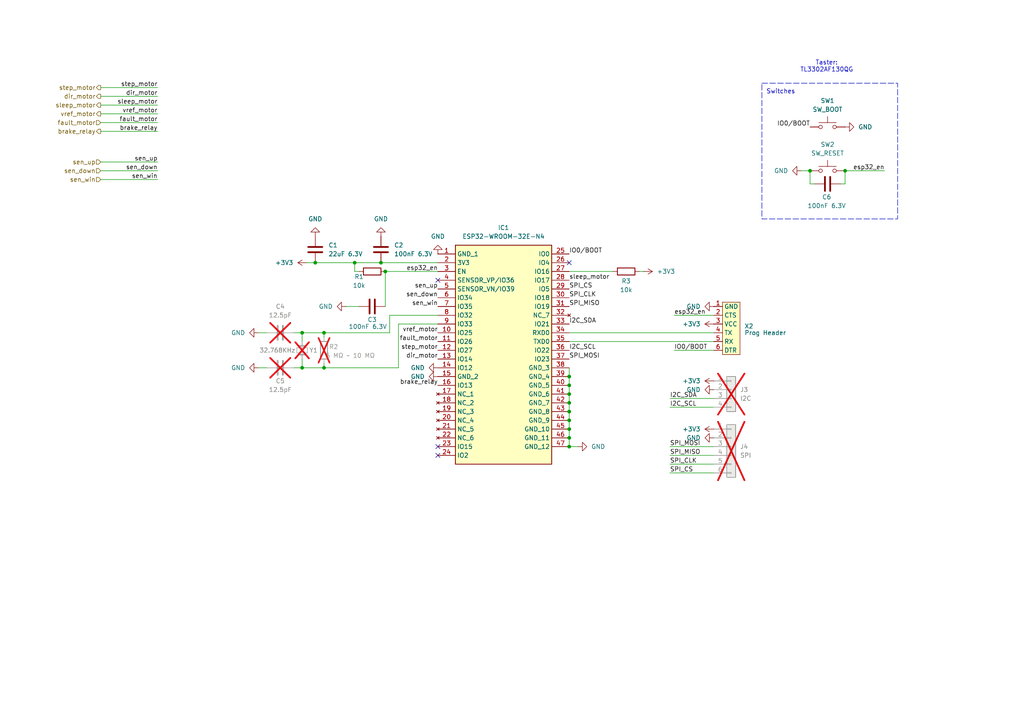
<source format=kicad_sch>
(kicad_sch (version 20231120) (generator "eeschema") (generator_version "8.0")
  (paper "A4")
  (title_block (title "ESPHome Cover PCB") (date "2024-05-12") (rev "2") (company "Tim"))
  (lib_symbols
    (symbol "Connector_Generic:Conn_01x04" (pin_names (offset 1.016) hide)
      (property "Reference" "J" (at 0 5.08 0))
      (property "Value" "Conn_01x04" (at 0 -7.62 0))
      (symbol "Conn_01x04_1_1"
        (rectangle (start -1.27 -4.953) (end 0 -5.207) (stroke (width 0.1524)))
        (rectangle (start -1.27 -2.413) (end 0 -2.667) (stroke (width 0.1524)))
        (rectangle (start -1.27 0.127) (end 0 -0.127) (stroke (width 0.1524)))
        (rectangle (start -1.27 2.667) (end 0 2.413) (stroke (width 0.1524)))
        (rectangle (start -1.27 3.81) (end 1.27 -6.35) (stroke (width 0.254)) (fill (type background)))
        (pin passive line (at -5.08 2.54 0) (length 3.81) (name "Pin_1") (number "1"))
        (pin passive line (at -5.08 0 0) (length 3.81) (name "Pin_2") (number "2"))
        (pin passive line (at -5.08 -2.54 0) (length 3.81) (name "Pin_3") (number "3"))
        (pin passive line (at -5.08 -5.08 0) (length 3.81) (name "Pin_4") (number "4"))
      )
    )
    (symbol "Connector_Generic:Conn_01x06" (pin_names (offset 1.016) hide)
      (property "Reference" "J" (at 0 7.62 0))
      (property "Value" "Conn_01x06" (at 0 -10.16 0))
      (symbol "Conn_01x06_1_1"
        (rectangle (start -1.27 -7.493) (end 0 -7.747) (stroke (width 0.1524)))
        (rectangle (start -1.27 -4.953) (end 0 -5.207) (stroke (width 0.1524)))
        (rectangle (start -1.27 -2.413) (end 0 -2.667) (stroke (width 0.1524)))
        (rectangle (start -1.27 0.127) (end 0 -0.127) (stroke (width 0.1524)))
        (rectangle (start -1.27 2.667) (end 0 2.413) (stroke (width 0.1524)))
        (rectangle (start -1.27 5.207) (end 0 4.953) (stroke (width 0.1524)))
        (rectangle (start -1.27 6.35) (end 1.27 -8.89) (stroke (width 0.254)) (fill (type background)))
        (pin passive line (at -5.08 5.08 0) (length 3.81) (name "Pin_1") (number "1"))
        (pin passive line (at -5.08 2.54 0) (length 3.81) (name "Pin_2") (number "2"))
        (pin passive line (at -5.08 0 0) (length 3.81) (name "Pin_3") (number "3"))
        (pin passive line (at -5.08 -2.54 0) (length 3.81) (name "Pin_4") (number "4"))
        (pin passive line (at -5.08 -5.08 0) (length 3.81) (name "Pin_5") (number "5"))
        (pin passive line (at -5.08 -7.62 0) (length 3.81) (name "Pin_6") (number "6"))
      )
    )
    (symbol "Device:C" (pin_numbers hide) (pin_names (offset 0.254))
      (property "Reference" "C" (at 0.635 2.54 0))
      (property "Value" "C" (at 0.635 -2.54 0))
      (symbol "C_0_1"
        (polyline (pts (xy -2.032 -0.762) (xy 2.032 -0.762)) (stroke (width 0.508)))
        (polyline (pts (xy -2.032 0.762) (xy 2.032 0.762)) (stroke (width 0.508)))
      )
      (symbol "C_1_1"
        (pin passive line (at 0 3.81 270) (length 2.794) (name "~") (number "1"))
        (pin passive line (at 0 -3.81 90) (length 2.794) (name "~") (number "2"))
      )
    )
    (symbol "Device:Crystal_Small" (pin_numbers hide) (pin_names (offset 1.016) hide)
      (property "Reference" "Y" (at 0 2.54 0))
      (property "Value" "Crystal_Small" (at 0 -2.54 0))
      (symbol "Crystal_Small_0_1"
        (rectangle (start -0.762 -1.524) (end 0.762 1.524))
        (polyline (pts (xy -1.27 -0.762) (xy -1.27 0.762)) (stroke (width 0.381)))
        (polyline (pts (xy 1.27 -0.762) (xy 1.27 0.762)) (stroke (width 0.381)))
      )
      (symbol "Crystal_Small_1_1"
        (pin passive line (at -2.54 0 0) (length 1.27) (name "1") (number "1"))
        (pin passive line (at 2.54 0 180) (length 1.27) (name "2") (number "2"))
      )
    )
    (symbol "Device:R" (pin_numbers hide) (pin_names (offset 0))
      (property "Reference" "R" (at 2.032 0 90))
      (property "Value" "R" (at 0 0 90))
      (symbol "R_0_1"
        (rectangle (start -1.016 -2.54) (end 1.016 2.54) (stroke (width 0.254)))
      )
      (symbol "R_1_1"
        (pin passive line (at 0 3.81 270) (length 1.27) (name "~") (number "1"))
        (pin passive line (at 0 -3.81 90) (length 1.27) (name "~") (number "2"))
      )
    )
    (symbol "SamacSys_Parts:ESP32-WROOM-32E-N4"
      (property "Reference" "IC" (at 6.35 7.62 0))
      (property "Value" "ESP32-WROOM-32E-N4" (at 6.35 5.08 0))
      (symbol "ESP32-WROOM-32E-N4_1_1"
        (rectangle (start 5.08 2.54) (end 33.02 -60.96) (stroke (width 0.254)) (fill (type background)))
        (pin power_in line (at 0 0 0) (length 5.08) (name "GND_1") (number "1"))
        (pin bidirectional line (at 0 -22.86 0) (length 5.08) (name "IO25") (number "10"))
        (pin bidirectional line (at 0 -25.4 0) (length 5.08) (name "IO26") (number "11"))
        (pin bidirectional line (at 0 -27.94 0) (length 5.08) (name "IO27") (number "12"))
        (pin bidirectional line (at 0 -30.48 0) (length 5.08) (name "IO14") (number "13"))
        (pin bidirectional line (at 0 -33.02 0) (length 5.08) (name "IO12") (number "14"))
        (pin power_in line (at 0 -35.56 0) (length 5.08) (name "GND_2") (number "15"))
        (pin bidirectional line (at 0 -38.1 0) (length 5.08) (name "IO13") (number "16"))
        (pin no_connect line (at 0 -40.64 0) (length 5.08) (name "NC_1") (number "17"))
        (pin no_connect line (at 0 -43.18 0) (length 5.08) (name "NC_2") (number "18"))
        (pin no_connect line (at 0 -45.72 0) (length 5.08) (name "NC_3") (number "19"))
        (pin power_in line (at 0 -2.54 0) (length 5.08) (name "3V3") (number "2"))
        (pin no_connect line (at 0 -48.26 0) (length 5.08) (name "NC_4") (number "20"))
        (pin no_connect line (at 0 -50.8 0) (length 5.08) (name "NC_5") (number "21"))
        (pin no_connect line (at 0 -53.34 0) (length 5.08) (name "NC_6") (number "22"))
        (pin bidirectional line (at 0 -55.88 0) (length 5.08) (name "IO15") (number "23"))
        (pin bidirectional line (at 0 -58.42 0) (length 5.08) (name "IO2") (number "24"))
        (pin bidirectional line (at 38.1 0 180) (length 5.08) (name "IO0") (number "25"))
        (pin bidirectional line (at 38.1 -2.54 180) (length 5.08) (name "IO4") (number "26"))
        (pin bidirectional line (at 38.1 -5.08 180) (length 5.08) (name "IO16") (number "27"))
        (pin bidirectional line (at 38.1 -7.62 180) (length 5.08) (name "IO17") (number "28"))
        (pin bidirectional line (at 38.1 -10.16 180) (length 5.08) (name "IO5") (number "29"))
        (pin input line (at 0 -5.08 0) (length 5.08) (name "EN") (number "3"))
        (pin bidirectional line (at 38.1 -12.7 180) (length 5.08) (name "IO18") (number "30"))
        (pin bidirectional line (at 38.1 -15.24 180) (length 5.08) (name "IO19") (number "31"))
        (pin no_connect line (at 38.1 -17.78 180) (length 5.08) (name "NC_7") (number "32"))
        (pin bidirectional line (at 38.1 -20.32 180) (length 5.08) (name "IO21") (number "33"))
        (pin bidirectional line (at 38.1 -22.86 180) (length 5.08) (name "RXD0") (number "34"))
        (pin bidirectional line (at 38.1 -25.4 180) (length 5.08) (name "TXD0") (number "35"))
        (pin bidirectional line (at 38.1 -27.94 180) (length 5.08) (name "IO22") (number "36"))
        (pin bidirectional line (at 38.1 -30.48 180) (length 5.08) (name "IO23") (number "37"))
        (pin power_in line (at 38.1 -33.02 180) (length 5.08) (name "GND_3") (number "38"))
        (pin power_in line (at 38.1 -35.56 180) (length 5.08) (name "GND_4") (number "39"))
        (pin input line (at 0 -7.62 0) (length 5.08) (name "SENSOR_VP/IO36") (number "4"))
        (pin power_in line (at 38.1 -38.1 180) (length 5.08) (name "GND_5") (number "40"))
        (pin power_in line (at 38.1 -40.64 180) (length 5.08) (name "GND_6") (number "41"))
        (pin power_in line (at 38.1 -43.18 180) (length 5.08) (name "GND_7") (number "42"))
        (pin power_in line (at 38.1 -45.72 180) (length 5.08) (name "GND_8") (number "43"))
        (pin power_in line (at 38.1 -48.26 180) (length 5.08) (name "GND_9") (number "44"))
        (pin power_in line (at 38.1 -50.8 180) (length 5.08) (name "GND_10") (number "45"))
        (pin power_in line (at 38.1 -53.34 180) (length 5.08) (name "GND_11") (number "46"))
        (pin power_in line (at 38.1 -55.88 180) (length 5.08) (name "GND_12") (number "47"))
        (pin input line (at 0 -10.16 0) (length 5.08) (name "SENSOR_VN/IO39") (number "5"))
        (pin input line (at 0 -12.7 0) (length 5.08) (name "IO34") (number "6"))
        (pin input line (at 0 -15.24 0) (length 5.08) (name "IO35") (number "7"))
        (pin bidirectional line (at 0 -17.78 0) (length 5.08) (name "IO32") (number "8"))
        (pin bidirectional line (at 0 -20.32 0) (length 5.08) (name "IO33") (number "9"))
      )
    )
    (symbol "SamacSys_Parts:TL3302AF130QG" (pin_numbers hide) (pin_names hide)
      (property "Reference" "SW" (at 0.762 5.588 0))
      (property "Value" "SW_Push" (at 0.762 3.048 0))
      (symbol "TL3302AF130QG_0_1"
        (circle (center -2.032 0) (radius 0.508))
        (polyline (pts (xy 0 1.27) (xy 0 3.048)))
        (polyline (pts (xy 2.54 1.27) (xy -2.54 1.27)))
        (circle (center 2.032 0) (radius 0.508))
        (pin passive line (at -5.08 0 0) (length 2.54) (name "1") (number "1"))
        (pin passive line (at 5.08 0 180) (length 2.54) (name "2") (number "2"))
      )
    )
    (symbol "own lib:Prog Header"
      (property "Reference" "X" (at 0.762 2.54 0))
      (symbol "Prog Header_1_1"
        (rectangle (start 0 1.27) (end 5.08 -13.97) (fill (type background)))
        (pin passive line (at -2.54 0 0) (length 2.54) (name "GND") (number "1"))
        (pin bidirectional line (at -2.54 -2.54 0) (length 2.54) (name "CTS") (number "2"))
        (pin passive line (at -2.54 -5.08 0) (length 2.54) (name "VCC") (number "3"))
        (pin bidirectional line (at -2.54 -7.62 0) (length 2.54) (name "TX") (number "4"))
        (pin bidirectional line (at -2.54 -10.16 0) (length 2.54) (name "RX") (number "5"))
        (pin bidirectional line (at -2.54 -12.7 0) (length 2.54) (name "DTR") (number "6"))
      )
    )
    (symbol "power:+3V3" (power) (pin_numbers hide) (pin_names (offset 0) hide)
      (property "Value" "+3V3" (at 0 3.556 0))
      (symbol "+3V3_0_1"
        (polyline (pts (xy -0.762 1.27) (xy 0 2.54)))
        (polyline (pts (xy 0 0) (xy 0 2.54)))
        (polyline (pts (xy 0 2.54) (xy 0.762 1.27)))
      )
      (symbol "+3V3_1_1"
        (pin power_in line (at 0 0 90) (length 0) (name "~") (number "1"))
      )
    )
    (symbol "power:GND" (power) (pin_numbers hide) (pin_names (offset 0) hide)
      (property "Value" "GND" (at 0 -3.81 0))
      (symbol "GND_0_1"
        (polyline (pts (xy 0 0) (xy 0 -1.27) (xy 1.27 -1.27) (xy 0 -2.54) (xy -1.27 -1.27) (xy 0 -1.27)))
      )
      (symbol "GND_1_1"
        (pin power_in line (at 0 0 270) (length 0) (name "~") (number "1"))
      )
    )
  )
  (junction (at 165.1 111.76))
  (junction (at 111.76 78.74))
  (junction (at 93.98 96.52))
  (junction (at 110.49 76.2))
  (junction (at 165.1 109.22))
  (junction (at 102.87 76.2))
  (junction (at 165.1 121.92))
  (junction (at 165.1 116.84))
  (junction (at 165.1 129.54))
  (junction (at 165.1 114.3))
  (junction (at 234.95 49.53))
  (junction (at 91.44 76.2))
  (junction (at 93.98 106.68))
  (junction (at 245.11 49.53))
  (junction (at 87.63 106.68))
  (junction (at 165.1 127))
  (junction (at 87.63 96.52))
  (junction (at 165.1 124.46))
  (junction (at 165.1 119.38))
  (no_connect (at 127 132.08))
  (no_connect (at 127 81.28))
  (no_connect (at 127 129.54))
  (no_connect (at 165.1 76.2))
  (wire (pts (xy 102.87 76.2) (xy 110.49 76.2)))
  (wire (pts (xy 194.31 134.62) (xy 207.01 134.62)))
  (wire (pts (xy 93.98 105.41) (xy 93.98 106.68)))
  (wire (pts (xy 29.21 38.1) (xy 45.72 38.1)))
  (wire (pts (xy 102.87 78.74) (xy 102.87 76.2)))
  (wire (pts (xy 195.58 91.44) (xy 207.01 91.44)))
  (wire (pts (xy 194.31 137.16) (xy 207.01 137.16)))
  (wire (pts (xy 115.57 106.68) (xy 93.98 106.68)))
  (wire (pts (xy 29.21 27.94) (xy 45.72 27.94)))
  (wire (pts (xy 111.76 88.9) (xy 111.76 78.74)))
  (wire (pts (xy 165.1 111.76) (xy 165.1 114.3)))
  (wire (pts (xy 29.21 30.48) (xy 45.72 30.48)))
  (wire (pts (xy 165.1 119.38) (xy 165.1 121.92)))
  (wire (pts (xy 165.1 78.74) (xy 177.8 78.74)))
  (wire (pts (xy 232.41 49.53) (xy 234.95 49.53)))
  (wire (pts (xy 104.14 78.74) (xy 102.87 78.74)))
  (wire (pts (xy 74.93 106.68) (xy 77.47 106.68)))
  (wire (pts (xy 74.93 96.52) (xy 77.47 96.52)))
  (wire (pts (xy 194.31 118.11) (xy 207.01 118.11)))
  (wire (pts (xy 29.21 33.02) (xy 45.72 33.02)))
  (wire (pts (xy 194.31 132.08) (xy 207.01 132.08)))
  (wire (pts (xy 100.33 88.9) (xy 104.14 88.9)))
  (wire (pts (xy 91.44 76.2) (xy 102.87 76.2)))
  (wire (pts (xy 165.1 96.52) (xy 207.01 96.52)))
  (wire (pts (xy 195.58 101.6) (xy 207.01 101.6)))
  (wire (pts (xy 165.1 121.92) (xy 165.1 124.46)))
  (wire (pts (xy 113.03 96.52) (xy 93.98 96.52)))
  (wire (pts (xy 111.76 78.74) (xy 127 78.74)))
  (wire (pts (xy 165.1 114.3) (xy 165.1 116.84)))
  (wire (pts (xy 113.03 91.44) (xy 113.03 96.52)))
  (wire (pts (xy 194.31 129.54) (xy 207.01 129.54)))
  (wire (pts (xy 29.21 49.53) (xy 45.72 49.53)))
  (wire (pts (xy 245.11 49.53) (xy 256.54 49.53)))
  (wire (pts (xy 29.21 46.99) (xy 45.72 46.99)))
  (wire (pts (xy 165.1 116.84) (xy 165.1 119.38)))
  (wire (pts (xy 88.9 76.2) (xy 91.44 76.2)))
  (wire (pts (xy 243.84 53.34) (xy 245.11 53.34)))
  (wire (pts (xy 85.09 96.52) (xy 87.63 96.52)))
  (wire (pts (xy 165.1 129.54) (xy 167.64 129.54)))
  (wire (pts (xy 29.21 35.56) (xy 45.72 35.56)))
  (wire (pts (xy 186.69 78.74) (xy 185.42 78.74)))
  (wire (pts (xy 234.95 53.34) (xy 234.95 49.53)))
  (wire (pts (xy 165.1 109.22) (xy 165.1 111.76)))
  (wire (pts (xy 194.31 115.57) (xy 207.01 115.57)))
  (wire (pts (xy 93.98 97.79) (xy 93.98 96.52)))
  (wire (pts (xy 165.1 124.46) (xy 165.1 127)))
  (wire (pts (xy 87.63 96.52) (xy 87.63 99.06)))
  (wire (pts (xy 165.1 106.68) (xy 165.1 109.22)))
  (wire (pts (xy 29.21 25.4) (xy 45.72 25.4)))
  (wire (pts (xy 110.49 76.2) (xy 127 76.2)))
  (wire (pts (xy 127 91.44) (xy 113.03 91.44)))
  (wire (pts (xy 87.63 106.68) (xy 85.09 106.68)))
  (wire (pts (xy 93.98 106.68) (xy 87.63 106.68)))
  (wire (pts (xy 115.57 93.98) (xy 115.57 106.68)))
  (wire (pts (xy 165.1 127) (xy 165.1 129.54)))
  (wire (pts (xy 236.22 53.34) (xy 234.95 53.34)))
  (wire (pts (xy 127 93.98) (xy 115.57 93.98)))
  (wire (pts (xy 245.11 53.34) (xy 245.11 49.53)))
  (wire (pts (xy 29.21 52.07) (xy 45.72 52.07)))
  (wire (pts (xy 87.63 104.14) (xy 87.63 106.68)))
  (wire (pts (xy 93.98 96.52) (xy 87.63 96.52)))
  (wire (pts (xy 165.1 99.06) (xy 207.01 99.06)))
  (rectangle (start 220.98 24.13) (end 260.35 63.5) (stroke (width 0) (type dash)))
  (text "Taster:\nTL3302AF130QG" (at 239.776 19.304 0) (effects (font (size 1.27 1.27))))
  (text "Switches" (at 222.25 25.908 0) (effects (font (size 1.27 1.27)) (justify left top)))
  (label "I2C_SCL" (at 194.31 118.11 0))
  (label "IO0{slash}BOOT" (at 234.95 36.83 180))
  (label "dir_motor" (at 127 104.14 180))
  (label "sen_down" (at 45.72 49.53 180))
  (label "vref_motor" (at 45.72 33.02 180))
  (label "brake_relay" (at 127 111.76 180))
  (label "SPI_MISO" (at 194.31 132.08 0))
  (label "IO0{slash}BOOT" (at 165.1 73.66 0))
  (label "I2C_SCL" (at 165.1 101.6 0))
  (label "SPI_MISO" (at 165.1 88.9 0))
  (label "I2C_SDA" (at 165.1 93.98 0))
  (label "SPI_MOSI" (at 194.31 129.54 0))
  (label "step_motor" (at 45.72 25.4 180))
  (label "SPI_CS" (at 194.31 137.16 0))
  (label "brake_relay" (at 45.72 38.1 180))
  (label "sen_up" (at 127 83.82 180))
  (label "sen_down" (at 127 86.36 180))
  (label "SPI_CLK" (at 165.1 86.36 0))
  (label "step_motor" (at 127 101.6 180))
  (label "esp32_en" (at 127 78.74 180))
  (label "fault_motor" (at 45.72 35.56 180))
  (label "SPI_MOSI" (at 165.1 104.14 0))
  (label "fault_motor" (at 127 99.06 180))
  (label "sleep_motor" (at 45.72 30.48 180))
  (label "sen_win" (at 45.72 52.07 180))
  (label "dir_motor" (at 45.72 27.94 180))
  (label "sleep_motor" (at 165.1 81.28 0))
  (label "vref_motor" (at 127 96.52 180))
  (label "SPI_CLK" (at 194.31 134.62 0))
  (label "IO0{slash}BOOT" (at 195.58 101.6 0))
  (label "SPI_CS" (at 165.1 83.82 0))
  (label "sen_win" (at 127 88.9 180))
  (label "esp32_en" (at 256.54 49.53 180))
  (label "esp32_en" (at 195.58 91.44 0))
  (label "I2C_SDA" (at 194.31 115.57 0))
  (label "sen_up" (at 45.72 46.99 180))
  (hierarchical_label "brake_relay" (shape output) (at 29.21 38.1 180))
  (hierarchical_label "sleep_motor" (shape output) (at 29.21 30.48 180))
  (hierarchical_label "sen_up" (shape input) (at 29.21 46.99 180))
  (hierarchical_label "sen_win" (shape input) (at 29.21 52.07 180))
  (hierarchical_label "dir_motor" (shape output) (at 29.21 27.94 180))
  (hierarchical_label "step_motor" (shape output) (at 29.21 25.4 180))
  (hierarchical_label "fault_motor" (shape input) (at 29.21 35.56 180))
  (hierarchical_label "vref_motor" (shape output) (at 29.21 33.02 180))
  (hierarchical_label "sen_down" (shape input) (at 29.21 49.53 180))
  (symbol (lib_id "Device:C") (at 107.95 88.9 90) (mirror x) (unit 1)
    (property "Reference" "C3" (at 107.95 92.71 90))
    (property "Value" "100nF 6.3V" (at 106.68 94.742 90))
    (property "Footprint" "Capacitor_SMD:C_0603_1608Metric" (effects (hide yes)))
    (property "Description" "Unpolarized capacitor" (effects (hide yes)))
  )
  (symbol (lib_id "Device:R") (at 93.98 101.6 180) (unit 1) (dnp yes)
    (property "Reference" "R2" (at 96.774 100.584 0))
    (property "Value" "5 MΩ ~ 10 MΩ" (at 101.6 103.124 0))
    (property "Footprint" "Resistor_SMD:R_0805_2012Metric" (effects (hide yes)))
    (property "Description" "Resistor" (effects (hide yes)))
  )
  (symbol (lib_id "Device:C") (at 81.28 96.52 90) (unit 1) (dnp yes)
    (property "Reference" "C4" (at 81.28 88.9 90))
    (property "Value" "12.5pF" (at 81.28 91.44 90))
    (property "Footprint" "Capacitor_SMD:C_0603_1608Metric" (effects (hide yes)))
    (property "Description" "Unpolarized capacitor" (effects (hide yes)))
  )
  (symbol (lib_id "power:GND") (at 127 73.66 180) (unit 1)
    (property "Reference" "#PWR012" (effects (hide yes)))
    (property "Value" "GND" (at 127 68.58 0))
    (property "Description" "Power symbol creates a global label with name \"GND\" , ground" (effects (hide yes)))
  )
  (symbol (lib_id "power:GND") (at 127 106.68 270) (unit 1)
    (property "Reference" "#PWR022" (effects (hide yes)))
    (property "Value" "GND" (at 123.19 106.6799 90) (effects (justify right)))
    (property "Description" "Power symbol creates a global label with name \"GND\" , ground" (effects (hide yes)))
  )
  (symbol (lib_id "Connector_Generic:Conn_01x04") (at 212.09 113.03 0) (unit 1) (dnp yes)
    (property "Reference" "J3" (at 214.63 113.0299 0) (effects (justify left)))
    (property "Value" "I2C" (at 214.63 115.5699 0) (effects (justify left)))
    (property "Footprint" "Connector_JST:JST_XH_B4B-XH-A_1x04_P2.50mm_Vertical" (effects (hide yes)))
    (property "Description" "Generic connector, single row, 01x04, script generated (kicad-library-utils/schlib/autogen/connector/)" (effects (hide yes)))
  )
  (symbol (lib_id "power:GND") (at 100.33 88.9 270) (unit 1)
    (property "Reference" "#PWR021" (effects (hide yes)))
    (property "Value" "GND" (at 96.52 88.8999 90) (effects (justify right)))
    (property "Description" "Power symbol creates a global label with name \"GND\" , ground" (effects (hide yes)))
  )
  (symbol (lib_id "power:+3V3") (at 207.01 110.49 90) (unit 1)
    (property "Reference" "#PWR011" (effects (hide yes)))
    (property "Value" "+3V3" (at 203.2 110.4899 90) (effects (justify left)))
    (property "Description" "Power symbol creates a global label with name \"+3V3\"" (effects (hide yes)))
  )
  (symbol (lib_id "SamacSys_Parts:TL3302AF130QG") (at 240.03 36.83 0) (unit 1)
    (property "Reference" "SW1" (at 240.03 29.21 0))
    (property "Value" "SW_BOOT" (at 240.03 31.75 0))
    (property "Footprint" "SamacSys_Parts:TL3302AF130QG" (effects (hide yes)))
    (property "Datasheet" "https://configured-product-images.s3.amazonaws.com/2D/specs/TL3302AF130QG.pdf" (effects (hide yes)))
    (property "Description" "TACT, 50mA 12VDC, SPST-NO Off-(On), Surface Mount Gull Wing" (effects (hide yes)))
    (property "Height" "4.55" (effects (hide yes)))
    (property "Mouser Part Number" "612-TL3302AF130QG" (effects (hide yes)))
    (property "Mouser Price/Stock" "https://www.mouser.co.uk/ProductDetail/E-Switch/TL3302AF130QG?qs=QtyuwXswaQjypAFh0ff2%2FQ%3D%3D" (effects (hide yes)))
    (property "Manufacturer_Name" "E-Switch" (effects (hide yes)))
    (property "Manufacturer_Part_Number" "TL3302AF130QG" (effects (hide yes)))
    (property "LCSC" "C2886922" (effects (hide yes)))
  )
  (symbol (lib_id "Device:C") (at 110.49 72.39 0) (unit 1)
    (property "Reference" "C2" (at 114.3 71.1199 0) (effects (justify left)))
    (property "Value" "100nF 6.3V" (at 114.3 73.6599 0) (effects (justify left)))
    (property "Footprint" "Capacitor_SMD:C_0603_1608Metric" (effects (hide yes)))
    (property "Description" "Unpolarized capacitor" (effects (hide yes)))
  )
  (symbol (lib_id "own lib:Prog Header") (at 209.55 88.9 0) (unit 1)
    (property "Reference" "X2" (at 215.9 94.6149 0) (effects (justify left)))
    (property "Value" "Prog Header" (at 215.9 96.52 0) (effects (justify left)))
    (property "Footprint" "Own_Lib:Prog Header" (effects (hide yes)))
  )
  (symbol (lib_id "power:GND") (at 110.49 68.58 180) (unit 1)
    (property "Reference" "#PWR019" (effects (hide yes)))
    (property "Value" "GND" (at 110.49 63.5 0))
    (property "Description" "Power symbol creates a global label with name \"GND\" , ground" (effects (hide yes)))
  )
  (symbol (lib_id "power:GND") (at 74.93 96.52 270) (unit 1)
    (property "Reference" "#PWR023" (effects (hide yes)))
    (property "Value" "GND" (at 71.12 96.5199 90) (effects (justify right)))
    (property "Description" "Power symbol creates a global label with name \"GND\" , ground" (effects (hide yes)))
  )
  (symbol (lib_id "Device:R") (at 181.61 78.74 90) (unit 1)
    (property "Reference" "R3" (at 181.61 81.534 90))
    (property "Value" "10k" (at 181.61 84.074 90))
    (property "Footprint" "Resistor_SMD:R_0805_2012Metric" (effects (hide yes)))
    (property "Description" "Resistor" (effects (hide yes)))
    (property "LCSC" "C17414" (effects (hide yes)))
  )
  (symbol (lib_id "Device:C") (at 91.44 72.39 0) (unit 1)
    (property "Reference" "C1" (at 95.25 71.1199 0) (effects (justify left)))
    (property "Value" "22uF 6.3V" (at 95.25 73.6599 0) (effects (justify left)))
    (property "Footprint" "Capacitor_SMD:C_0603_1608Metric" (effects (hide yes)))
    (property "Description" "Unpolarized capacitor" (effects (hide yes)))
    (property "LCSC" "C159801" (effects (hide yes)))
  )
  (symbol (lib_id "power:GND") (at 167.64 129.54 90) (unit 1)
    (property "Reference" "#PWR014" (effects (hide yes)))
    (property "Value" "GND" (at 171.45 129.5399 90) (effects (justify right)))
    (property "Description" "Power symbol creates a global label with name \"GND\" , ground" (effects (hide yes)))
  )
  (symbol (lib_id "power:+3V3") (at 207.01 93.98 90) (unit 1)
    (property "Reference" "#PWR015" (effects (hide yes)))
    (property "Value" "+3V3" (at 203.2 93.9799 90) (effects (justify left)))
    (property "Description" "Power symbol creates a global label with name \"+3V3\"" (effects (hide yes)))
  )
  (symbol (lib_id "power:+3V3") (at 88.9 76.2 90) (unit 1)
    (property "Reference" "#PWR017" (effects (hide yes)))
    (property "Value" "+3V3" (at 85.09 76.1999 90) (effects (justify left)))
    (property "Description" "Power symbol creates a global label with name \"+3V3\"" (effects (hide yes)))
  )
  (symbol (lib_id "Connector_Generic:Conn_01x06") (at 212.09 129.54 0) (unit 1) (dnp yes)
    (property "Reference" "J4" (at 214.63 129.5399 0) (effects (justify left)))
    (property "Value" "SPI" (at 214.63 132.0799 0) (effects (justify left)))
    (property "Footprint" "Connector_JST:JST_XH_B6B-XH-A_1x06_P2.50mm_Vertical" (effects (hide yes)))
    (property "Description" "Generic connector, single row, 01x06, script generated (kicad-library-utils/schlib/autogen/connector/)" (effects (hide yes)))
  )
  (symbol (lib_id "power:GND") (at 127 109.22 270) (unit 1)
    (property "Reference" "#PWR013" (effects (hide yes)))
    (property "Value" "GND" (at 123.19 109.2199 90) (effects (justify right)))
    (property "Description" "Power symbol creates a global label with name \"GND\" , ground" (effects (hide yes)))
  )
  (symbol (lib_id "Device:C") (at 240.03 53.34 270) (unit 1)
    (property "Reference" "C6" (at 239.776 57.15 90))
    (property "Value" "100nF 6.3V" (at 239.776 59.69 90))
    (property "Footprint" "Capacitor_SMD:C_0603_1608Metric" (effects (hide yes)))
    (property "Description" "Unpolarized capacitor" (effects (hide yes)))
  )
  (symbol (lib_id "power:GND") (at 245.11 36.83 90) (unit 1)
    (property "Reference" "#PWR020" (effects (hide yes)))
    (property "Value" "GND" (at 248.92 36.8299 90) (effects (justify right)))
    (property "Description" "Power symbol creates a global label with name \"GND\" , ground" (effects (hide yes)))
  )
  (symbol (lib_id "power:GND") (at 91.44 68.58 180) (unit 1)
    (property "Reference" "#PWR018" (effects (hide yes)))
    (property "Value" "GND" (at 91.44 63.5 0))
    (property "Description" "Power symbol creates a global label with name \"GND\" , ground" (effects (hide yes)))
  )
  (symbol (lib_id "Device:R") (at 107.95 78.74 90) (unit 1)
    (property "Reference" "R1" (at 104.14 80.264 90))
    (property "Value" "10k" (at 104.14 82.804 90))
    (property "Footprint" "Resistor_SMD:R_0805_2012Metric" (effects (hide yes)))
    (property "Description" "Resistor" (effects (hide yes)))
    (property "LCSC" "C17414" (effects (hide yes)))
  )
  (symbol (lib_id "power:GND") (at 207.01 113.03 270) (unit 1)
    (property "Reference" "#PWR027" (effects (hide yes)))
    (property "Value" "GND" (at 203.2 113.0299 90) (effects (justify right)))
    (property "Description" "Power symbol creates a global label with name \"GND\" , ground" (effects (hide yes)))
  )
  (symbol (lib_id "power:GND") (at 207.01 127 270) (unit 1)
    (property "Reference" "#PWR029" (effects (hide yes)))
    (property "Value" "GND" (at 203.2 126.9999 90) (effects (justify right)))
    (property "Description" "Power symbol creates a global label with name \"GND\" , ground" (effects (hide yes)))
  )
  (symbol (lib_id "SamacSys_Parts:ESP32-WROOM-32E-N4") (at 127 73.66 0) (unit 1)
    (property "Reference" "IC1" (at 146.05 66.04 0))
    (property "Value" "ESP32-WROOM-32E-N4" (at 146.05 68.58 0))
    (property "Footprint" "SamacSys_Parts:ESP32WROOM32EN4" (effects (hide yes)))
    (property "Datasheet" "https://www.espressif.com/sites/default/files/documentation/esp32-wroom-32e_esp32-wroom-32ue_datasheet_en.pdf" (effects (hide yes)))
    (property "Description" "RX TXRX MOD WIFI TRACE ANT SMD" (effects (hide yes)))
    (property "Height" "3.25" (effects (hide yes)))
    (property "Mouser Part Number" "356-ESP32WRM32E132PH" (effects (hide yes)))
    (property "Mouser Price/Stock" "https://www.mouser.co.uk/ProductDetail/Espressif-Systems/ESP32-WROOM-32E-N4?qs=Li%252BoUPsLEnsPzTWsi%252BRMgQ%3D%3D" (effects (hide yes)))
    (property "Manufacturer_Name" "Espressif Systems" (effects (hide yes)))
    (property "Manufacturer_Part_Number" "ESP32-WROOM-32E-N4" (effects (hide yes)))
    (property "LCSC" "C82899" (effects (hide yes)))
  )
  (symbol (lib_id "power:GND") (at 207.01 88.9 270) (unit 1)
    (property "Reference" "#PWR016" (effects (hide yes)))
    (property "Value" "GND" (at 203.2 88.8999 90) (effects (justify right)))
    (property "Description" "Power symbol creates a global label with name \"GND\" , ground" (effects (hide yes)))
  )
  (symbol (lib_id "Device:Crystal_Small") (at 87.63 101.6 270) (unit 1) (dnp yes)
    (property "Reference" "Y1" (at 89.662 101.6 90) (effects (justify left)))
    (property "Value" "32.768KHz" (at 75.184 101.6 90) (effects (justify left)))
    (property "Footprint" "Crystal:Crystal_SMD_2012-2Pin_2.0x1.2mm" (effects (hide yes)))
    (property "Description" "Two pin crystal, small symbol" (effects (hide yes)))
    (property "LCSC" "C5366544" (effects (hide yes)))
  )
  (symbol (lib_id "power:GND") (at 232.41 49.53 270) (unit 1)
    (property "Reference" "#PWR025" (effects (hide yes)))
    (property "Value" "GND" (at 228.6 49.5299 90) (effects (justify right)))
    (property "Description" "Power symbol creates a global label with name \"GND\" , ground" (effects (hide yes)))
  )
  (symbol (lib_id "power:GND") (at 74.93 106.68 270) (unit 1)
    (property "Reference" "#PWR024" (effects (hide yes)))
    (property "Value" "GND" (at 71.12 106.6799 90) (effects (justify right)))
    (property "Description" "Power symbol creates a global label with name \"GND\" , ground" (effects (hide yes)))
  )
  (symbol (lib_id "power:+3V3") (at 186.69 78.74 270) (unit 1)
    (property "Reference" "#PWR026" (effects (hide yes)))
    (property "Value" "+3V3" (at 190.5 78.7399 90) (effects (justify left)))
    (property "Description" "Power symbol creates a global label with name \"+3V3\"" (effects (hide yes)))
  )
  (symbol (lib_id "power:+3V3") (at 207.01 124.46 90) (unit 1)
    (property "Reference" "#PWR028" (effects (hide yes)))
    (property "Value" "+3V3" (at 203.2 124.4599 90) (effects (justify left)))
    (property "Description" "Power symbol creates a global label with name \"+3V3\"" (effects (hide yes)))
  )
  (symbol (lib_id "Device:C") (at 81.28 106.68 90) (unit 1) (dnp yes)
    (property "Reference" "C5" (at 81.28 110.49 90))
    (property "Value" "12.5pF" (at 81.28 113.03 90))
    (property "Footprint" "Capacitor_SMD:C_0603_1608Metric" (effects (hide yes)))
    (property "Description" "Unpolarized capacitor" (effects (hide yes)))
  )
  (symbol (lib_id "SamacSys_Parts:TL3302AF130QG") (at 240.03 49.53 0) (unit 1)
    (property "Reference" "SW2" (at 240.03 41.91 0))
    (property "Value" "SW_RESET" (at 240.03 44.45 0))
    (property "Footprint" "SamacSys_Parts:TL3302AF130QG" (effects (hide yes)))
    (property "Datasheet" "https://configured-product-images.s3.amazonaws.com/2D/specs/TL3302AF130QG.pdf" (effects (hide yes)))
    (property "Description" "TACT, 50mA 12VDC, SPST-NO Off-(On), Surface Mount Gull Wing" (effects (hide yes)))
    (property "Height" "4.55" (effects (hide yes)))
    (property "Mouser Part Number" "612-TL3302AF130QG" (effects (hide yes)))
    (property "Mouser Price/Stock" "https://www.mouser.co.uk/ProductDetail/E-Switch/TL3302AF130QG?qs=QtyuwXswaQjypAFh0ff2%2FQ%3D%3D" (effects (hide yes)))
    (property "Manufacturer_Name" "E-Switch" (effects (hide yes)))
    (property "Manufacturer_Part_Number" "TL3302AF130QG" (effects (hide yes)))
    (property "LCSC" "C2886922" (effects (hide yes)))
  )
)
</source>
